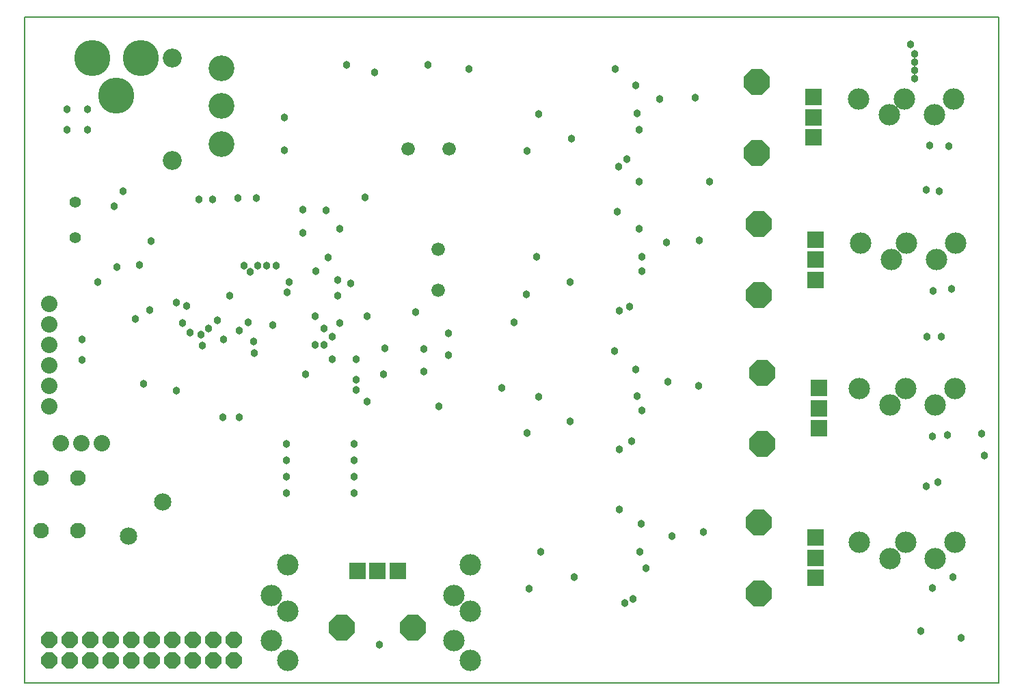
<source format=gbr>
%FSLAX24Y24*%
%MOIN*%
G04 EasyPC Gerber Version 16.0.4 Build 3240 *
%AMT23*0 Octagon Pad at angle 0*4,1,8,-0.01656,-0.04000,0.01656,-0.04000,0.04000,-0.01656,0.04000,0.01656,0.01656,0.04000,-0.01656,0.04000,-0.04000,0.01656,-0.04000,-0.01656,-0.01656,-0.04000,0*%
%ADD23T23*%
%ADD73R,0.08000X0.08000*%
%ADD78C,0.00500*%
%ADD76C,0.03800*%
%ADD29C,0.05600*%
%ADD25C,0.06600*%
%ADD24C,0.07600*%
%ADD22C,0.08000*%
%ADD75C,0.08474*%
%ADD28C,0.09200*%
%ADD72C,0.10443*%
%ADD27C,0.12600*%
%ADD26C,0.17600*%
%AMT74*0 Octagon Pad at angle 0*4,1,8,-0.02570,-0.06206,0.02570,-0.06206,0.06206,-0.02570,0.06206,0.02570,0.02570,0.06206,-0.02570,0.06206,-0.06206,0.02570,-0.06206,-0.02570,-0.02570,-0.06206,0*%
%ADD74T74*%
X0Y0D02*
D02*
D22*
X2830Y13783D03*
Y14783D03*
Y15783D03*
Y16783D03*
Y17783D03*
Y18783D03*
X3380Y11983D03*
X4380D03*
X5380D03*
D02*
D23*
X2830Y1383D03*
Y2383D03*
X3830Y1383D03*
Y2383D03*
X4830Y1383D03*
Y2383D03*
X5830Y1383D03*
Y2383D03*
X6830Y1383D03*
Y2383D03*
X7830Y1383D03*
Y2383D03*
X8830Y1383D03*
Y2383D03*
X9830Y1383D03*
Y2383D03*
X10830Y1383D03*
Y2383D03*
X11830Y1383D03*
Y2383D03*
D02*
D24*
X2430Y7723D03*
Y10282D03*
X4202Y7723D03*
Y10282D03*
D02*
D25*
X20330Y26333D03*
X21780Y19433D03*
Y21433D03*
X22330Y26333D03*
D02*
D26*
X4911Y30783D03*
X6093Y28933D03*
X7274Y30783D03*
D02*
D27*
X11230Y26583D03*
Y28433D03*
Y30283D03*
D02*
D28*
X8830Y25783D03*
Y30783D03*
D02*
D29*
X4080Y22017D03*
Y23749D03*
D02*
D72*
X13664Y2333D03*
Y4538D03*
X14452Y1388D03*
Y3790D03*
Y6034D03*
X22564Y2333D03*
Y4538D03*
X23352Y1388D03*
Y3790D03*
Y6034D03*
X42273Y28789D03*
X42323Y7139D03*
Y14639D03*
X42373Y21739D03*
X43769Y28002D03*
X43819Y6352D03*
Y13852D03*
X43869Y20952D03*
X44517Y28789D03*
X44567Y7139D03*
Y14639D03*
X44617Y21739D03*
X45974Y28002D03*
X46024Y6352D03*
Y13852D03*
X46074Y20952D03*
X46919Y28789D03*
X46969Y7139D03*
Y14639D03*
X47019Y21739D03*
D02*
D73*
X17846Y5739D03*
X18830D03*
X19814D03*
X40086Y26899D03*
Y27883D03*
Y28868D03*
X40186Y5399D03*
Y6383D03*
Y7368D03*
Y19949D03*
Y20933D03*
Y21918D03*
X40336Y12699D03*
Y13683D03*
Y14668D03*
D02*
D74*
X17098Y2983D03*
X20562D03*
X37330Y26151D03*
Y29616D03*
X37430Y4651D03*
Y8116D03*
Y19201D03*
Y22666D03*
X37580Y11951D03*
Y15416D03*
D02*
D75*
X6695Y7448D03*
X8365Y9118D03*
D02*
D76*
X3680Y27283D03*
Y28283D03*
X4430Y16033D03*
Y17033D03*
X4680Y27283D03*
Y28283D03*
X5180Y19833D03*
X5980Y23533D03*
X6130Y20583D03*
X6430Y24283D03*
X7030Y18033D03*
X7230Y20683D03*
X7430Y14883D03*
X7730Y18483D03*
X7780Y21833D03*
X9030Y14533D03*
Y18833D03*
X9330Y17833D03*
X9530Y18683D03*
X9680Y17383D03*
X10130Y23883D03*
X10230Y17283D03*
X10280Y16733D03*
X10580Y17583D03*
X10780Y23883D03*
X11030Y17983D03*
X11280Y13233D03*
X11330Y17033D03*
X11630Y19183D03*
X12030Y23933D03*
X12080Y13233D03*
Y17483D03*
X12330Y20633D03*
X12530Y17883D03*
X12630Y20333D03*
X12780Y16933D03*
X12830Y16383D03*
X12930Y23933D03*
X12980Y20633D03*
X13430D03*
X13730Y17733D03*
X13880Y20633D03*
X14280Y26283D03*
Y27883D03*
X14380Y9533D03*
Y10333D03*
Y11133D03*
Y11933D03*
X14430Y19333D03*
X14530Y19833D03*
X15180Y22233D03*
Y23383D03*
X15330Y15333D03*
X15780Y16783D03*
Y18183D03*
X15830Y20383D03*
X16230Y16783D03*
Y17583D03*
X16330Y23333D03*
X16430Y21033D03*
X16630Y16083D03*
Y17183D03*
X16880Y19183D03*
Y19933D03*
X16980Y17833D03*
Y22433D03*
X17330Y30433D03*
X17530Y19779D03*
X17680Y9533D03*
Y10333D03*
Y11133D03*
Y11933D03*
X17780Y14563D03*
Y15063D03*
Y16063D03*
X18230Y23983D03*
X18330Y14013D03*
Y18163D03*
X18680Y30083D03*
X18930Y2133D03*
X19130Y15333D03*
X19180Y16613D03*
X20680Y18383D03*
X21080Y15463D03*
Y16563D03*
X21280Y30433D03*
X21830Y13763D03*
X22280Y16263D03*
Y17333D03*
X23280Y30233D03*
X24880Y14683D03*
X25480Y17883D03*
X26080Y19233D03*
X26130Y12483D03*
Y26233D03*
X26230Y4883D03*
X26580Y21083D03*
X26680Y14233D03*
Y28033D03*
X26780Y6683D03*
X28230Y13033D03*
Y19833D03*
X28280Y26829D03*
X28430Y5433D03*
X30380Y16483D03*
X30430Y30233D03*
X30530Y23283D03*
X30580Y25479D03*
X30626Y18433D03*
X30630Y8733D03*
Y11683D03*
X30880Y4183D03*
X30980Y25833D03*
X31130Y18633D03*
X31230Y12083D03*
X31280Y4383D03*
X31430Y15583D03*
Y29433D03*
X31480Y14283D03*
Y28083D03*
X31580Y22433D03*
Y24733D03*
Y27283D03*
X31630Y6683D03*
X31680Y8033D03*
X31730Y13583D03*
Y20383D03*
Y21083D03*
X31930Y5883D03*
X32580Y28783D03*
X32930Y21783D03*
X32980Y14983D03*
X33180Y7433D03*
X34330Y28833D03*
X34480Y14783D03*
X34530Y21883D03*
X34730Y7633D03*
X35030Y24733D03*
X44830Y31433D03*
X45030Y29783D03*
Y30183D03*
Y30583D03*
Y30983D03*
X45324Y2818D03*
X45580Y24333D03*
X45591Y9870D03*
X45630Y17183D03*
X45739Y26518D03*
X45874Y4918D03*
Y12318D03*
X45924Y19418D03*
X46135Y10088D03*
X46230Y24283D03*
X46330Y17183D03*
X46624Y12368D03*
X46689Y26468D03*
X46824Y19517D03*
X46880Y5433D03*
X47274Y2468D03*
X48280Y12433D03*
X48430Y11383D03*
D02*
D78*
X1630Y283D02*
X49130D01*
Y32783*
X1630*
Y283*
X0Y0D02*
M02*

</source>
